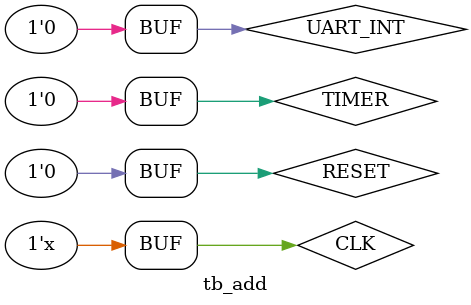
<source format=v>
`timescale 1ns / 1ps

module tb_add();
reg CLK;
reg RESET;
reg TIMER;
reg UART_INT;

top DUT(.CLK(CLK),.RESET(RESET),.TIMER(TIMER),.UART_INT(UART_INT));

initial begin
CLK = 1'b0;
RESET = 1'b1;
TIMER = 1'b0;
UART_INT = 1'b0;

#20 RESET = 1'b0;
end

always #5 CLK = ~CLK; 

endmodule

</source>
